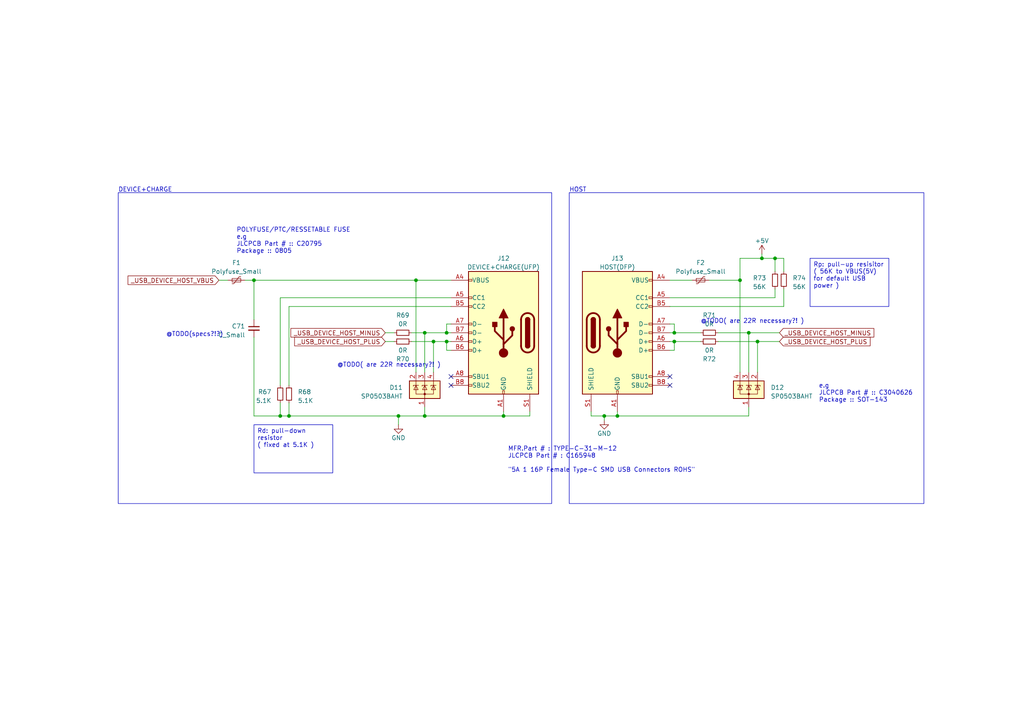
<source format=kicad_sch>
(kicad_sch (version 20230121) (generator eeschema)
  (paper "A4")
  (lib_symbols
    (symbol "Connector:USB_C_Receptacle_USB2.0" (pin_names (offset 1.016))
      (property "Reference" "J" (at -10.16 19.05 0))
      (property "Value" "USB_C_Receptacle_USB2.0" (at 19.05 19.05 0))
      (symbol "USB_C_Receptacle_USB2.0_0_0"
        (rectangle (start -0.254 -17.78) (end 0.254 -16.764))
        (rectangle (start 10.16 -14.986) (end 9.144 -15.494))
        (rectangle (start 10.16 -12.446) (end 9.144 -12.954))
        (rectangle (start 10.16 -4.826) (end 9.144 -5.334))
        (rectangle (start 10.16 -2.286) (end 9.144 -2.794))
        (rectangle (start 10.16 0.254) (end 9.144 -0.254))
        (rectangle (start 10.16 2.794) (end 9.144 2.286))
        (rectangle (start 10.16 7.874) (end 9.144 7.366))
        (rectangle (start 10.16 10.414) (end 9.144 9.906))
        (rectangle (start 10.16 15.494) (end 9.144 14.986))
      )
      (symbol "USB_C_Receptacle_USB2.0_0_1"
        (rectangle (start -10.16 17.78) (end 10.16 -17.78) (stroke (width 0.254)) (fill (type background)))
        (arc (start -8.89 -3.81) (mid -6.985 -5.7067) (end -5.08 -3.81) (stroke (width 0.508)))
        (arc (start -7.62 -3.81) (mid -6.985 -4.4423) (end -6.35 -3.81) (stroke (width 0.254)))
        (arc (start -7.62 -3.81) (mid -6.985 -4.4423) (end -6.35 -3.81) (stroke (width 0.254)) (fill (type outline)))
        (rectangle (start -7.62 -3.81) (end -6.35 3.81) (stroke (width 0.254)) (fill (type outline)))
        (arc (start -6.35 3.81) (mid -6.985 4.4423) (end -7.62 3.81) (stroke (width 0.254)))
        (arc (start -6.35 3.81) (mid -6.985 4.4423) (end -7.62 3.81) (stroke (width 0.254)) (fill (type outline)))
        (arc (start -5.08 3.81) (mid -6.985 5.7067) (end -8.89 3.81) (stroke (width 0.508)))
        (circle (center -2.54 1.143) (radius 0.635) (stroke (width 0.254)) (fill (type outline)))
        (circle (center 0 -5.842) (radius 1.27) (fill (type outline)))
        (polyline (pts (xy -8.89 -3.81) (xy -8.89 3.81)) (stroke (width 0.508)))
        (polyline (pts (xy -5.08 3.81) (xy -5.08 -3.81)) (stroke (width 0.508)))
        (polyline (pts (xy 0 -5.842) (xy 0 4.318)) (stroke (width 0.508)))
        (polyline (pts (xy 0 -3.302) (xy -2.54 -0.762) (xy -2.54 0.508)) (stroke (width 0.508)))
        (polyline (pts (xy 0 -2.032) (xy 2.54 0.508) (xy 2.54 1.778)) (stroke (width 0.508)))
        (polyline (pts (xy -1.27 4.318) (xy 0 6.858) (xy 1.27 4.318) (xy -1.27 4.318)) (stroke (width 0.254)) (fill (type outline)))
        (rectangle (start 1.905 1.778) (end 3.175 3.048) (stroke (width 0.254)) (fill (type outline)))
      )
      (symbol "USB_C_Receptacle_USB2.0_1_1"
        (pin passive line (at 0 -22.86 90) (length 5.08) (name "GND") (number "A1"))
        (pin passive line (at 0 -22.86 90) (length 5.08) hide (name "GND") (number "A12"))
        (pin passive line (at 15.24 15.24 180) (length 5.08) (name "VBUS") (number "A4"))
        (pin bidirectional line (at 15.24 10.16 180) (length 5.08) (name "CC1") (number "A5"))
        (pin bidirectional line (at 15.24 -2.54 180) (length 5.08) (name "D+") (number "A6"))
        (pin bidirectional line (at 15.24 2.54 180) (length 5.08) (name "D-") (number "A7"))
        (pin bidirectional line (at 15.24 -12.7 180) (length 5.08) (name "SBU1") (number "A8"))
        (pin passive line (at 15.24 15.24 180) (length 5.08) hide (name "VBUS") (number "A9"))
        (pin passive line (at 0 -22.86 90) (length 5.08) hide (name "GND") (number "B1"))
        (pin passive line (at 0 -22.86 90) (length 5.08) hide (name "GND") (number "B12"))
        (pin passive line (at 15.24 15.24 180) (length 5.08) hide (name "VBUS") (number "B4"))
        (pin bidirectional line (at 15.24 7.62 180) (length 5.08) (name "CC2") (number "B5"))
        (pin bidirectional line (at 15.24 -5.08 180) (length 5.08) (name "D+") (number "B6"))
        (pin bidirectional line (at 15.24 0 180) (length 5.08) (name "D-") (number "B7"))
        (pin bidirectional line (at 15.24 -15.24 180) (length 5.08) (name "SBU2") (number "B8"))
        (pin passive line (at 15.24 15.24 180) (length 5.08) hide (name "VBUS") (number "B9"))
        (pin passive line (at -7.62 -22.86 90) (length 5.08) (name "SHIELD") (number "S1"))
      )
    )
    (symbol "Device:C_Small" (pin_numbers hide) (pin_names (offset 0.254) hide)
      (property "Reference" "C" (at 0.254 1.778 0))
      (property "Value" "C_Small" (at 0.254 -2.032 0))
      (symbol "C_Small_0_1"
        (polyline (pts (xy -1.524 -0.508) (xy 1.524 -0.508)) (stroke (width 0.3302)))
        (polyline (pts (xy -1.524 0.508) (xy 1.524 0.508)) (stroke (width 0.3048)))
      )
      (symbol "C_Small_1_1"
        (pin passive line (at 0 2.54 270) (length 2.032) (name "~") (number "1"))
        (pin passive line (at 0 -2.54 90) (length 2.032) (name "~") (number "2"))
      )
    )
    (symbol "Device:Polyfuse_Small" (pin_numbers hide) (pin_names (offset 0))
      (property "Reference" "F" (at -1.905 0 90))
      (property "Value" "Polyfuse_Small" (at 1.905 0 90))
      (symbol "Polyfuse_Small_0_1"
        (rectangle (start -0.508 1.27) (end 0.508 -1.27))
        (polyline (pts (xy 0 2.54) (xy 0 -2.54)))
        (polyline (pts (xy -1.016 1.27) (xy -1.016 0.762) (xy 1.016 -0.762) (xy 1.016 -1.27)))
      )
      (symbol "Polyfuse_Small_1_1"
        (pin passive line (at 0 2.54 270) (length 0.635) (name "~") (number "1"))
        (pin passive line (at 0 -2.54 90) (length 0.635) (name "~") (number "2"))
      )
    )
    (symbol "Device:R_Small" (pin_numbers hide) (pin_names (offset 0.254) hide)
      (property "Reference" "R" (at 0.762 0.508 0))
      (property "Value" "R_Small" (at 0.762 -1.016 0))
      (symbol "R_Small_0_1"
        (rectangle (start -0.762 1.778) (end 0.762 -1.778) (stroke (width 0.2032)))
      )
      (symbol "R_Small_1_1"
        (pin passive line (at 0 2.54 270) (length 0.762) (name "~") (number "1"))
        (pin passive line (at 0 -2.54 90) (length 0.762) (name "~") (number "2"))
      )
    )
    (symbol "Power_Protection:SP0503BAHT" (pin_names hide)
      (property "Reference" "D" (at 5.715 2.54 0))
      (property "Value" "SP0503BAHT" (at 5.715 0.635 0))
      (symbol "SP0503BAHT_0_0"
        (pin passive line (at 0 -5.08 90) (length 2.54) (name "A") (number "1"))
      )
      (symbol "SP0503BAHT_0_1"
        (rectangle (start -4.445 2.54) (end 4.445 -2.54) (stroke (width 0.254)) (fill (type background)))
        (circle (center 0 -1.27) (radius 0.254) (fill (type outline)))
        (polyline (pts (xy -2.54 2.54) (xy -2.54 1.27)))
        (polyline (pts (xy 0 -1.27) (xy 0 -2.54)))
        (polyline (pts (xy 0 -1.27) (xy 0 1.27)))
        (polyline (pts (xy 0 2.54) (xy 0 1.27)))
        (polyline (pts (xy 0.635 1.27) (xy 0.762 1.27)))
        (polyline (pts (xy 2.54 2.54) (xy 2.54 1.27)))
        (polyline (pts (xy 0.635 1.27) (xy -0.762 1.27) (xy -0.762 1.016)))
        (polyline (pts (xy -3.302 1.016) (xy -3.302 1.27) (xy -1.905 1.27) (xy -1.778 1.27)))
        (polyline (pts (xy -2.54 1.27) (xy -2.54 -1.27) (xy 2.54 -1.27) (xy 2.54 1.27)))
        (polyline (pts (xy -2.54 1.27) (xy -1.905 0) (xy -3.175 0) (xy -2.54 1.27)))
        (polyline (pts (xy 0.635 0) (xy -0.635 0) (xy 0 1.27) (xy 0.635 0)))
        (polyline (pts (xy 1.778 1.016) (xy 1.778 1.27) (xy 3.175 1.27) (xy 3.302 1.27)))
        (polyline (pts (xy 2.54 1.27) (xy 1.905 0) (xy 3.175 0) (xy 2.54 1.27)))
      )
      (symbol "SP0503BAHT_1_1"
        (pin passive line (at -2.54 5.08 270) (length 2.54) (name "K") (number "2"))
        (pin passive line (at 0 5.08 270) (length 2.54) (name "K") (number "3"))
        (pin passive line (at 2.54 5.08 270) (length 2.54) (name "K") (number "4"))
      )
    )
    (symbol "power:+5V" (power) (pin_names (offset 0))
      (property "Value" "+5V" (at 0 3.556 0))
      (symbol "+5V_0_1"
        (polyline (pts (xy -0.762 1.27) (xy 0 2.54)))
        (polyline (pts (xy 0 0) (xy 0 2.54)))
        (polyline (pts (xy 0 2.54) (xy 0.762 1.27)))
      )
      (symbol "+5V_1_1"
        (pin power_in line (at 0 0 90) (length 0) hide (name "+5V") (number "1"))
      )
    )
    (symbol "power:GND" (power) (pin_names (offset 0))
      (property "Value" "GND" (at 0 -3.81 0))
      (symbol "GND_0_1"
        (polyline (pts (xy 0 0) (xy 0 -1.27) (xy 1.27 -1.27) (xy 0 -2.54) (xy -1.27 -1.27) (xy 0 -1.27)))
      )
      (symbol "GND_1_1"
        (pin power_in line (at 0 0 270) (length 0) hide (name "GND") (number "1"))
      )
    )
  )
  (junction (at 120.65 81.28))
  (junction (at 123.19 96.52))
  (junction (at 123.19 120.65))
  (junction (at 129.54 96.52))
  (junction (at 125.73 99.06))
  (junction (at 217.17 96.52))
  (junction (at 224.79 74.93))
  (junction (at 195.58 99.06))
  (junction (at 146.05 120.65))
  (junction (at 195.58 96.52))
  (junction (at 83.82 120.65))
  (junction (at 175.26 120.65))
  (junction (at 81.28 120.65))
  (junction (at 129.54 99.06))
  (junction (at 73.66 81.28))
  (junction (at 214.63 81.28))
  (junction (at 220.98 74.93))
  (junction (at 179.07 120.65))
  (junction (at 115.57 120.65))
  (junction (at 219.71 99.06))
  (no_connect (at 130.81 111.76))
  (no_connect (at 194.31 111.76))
  (no_connect (at 130.81 109.22))
  (no_connect (at 194.31 109.22))
  (wire (pts (xy 73.66 120.65) (xy 81.28 120.65)))
  (wire (pts (xy 214.63 74.93) (xy 214.63 81.28)))
  (wire (pts (xy 224.79 86.36) (xy 224.79 83.82)))
  (wire (pts (xy 219.71 99.06) (xy 219.71 107.95)))
  (wire (pts (xy 125.73 99.06) (xy 119.38 99.06)))
  (wire (pts (xy 73.66 97.79) (xy 73.66 120.65)))
  (wire (pts (xy 214.63 74.93) (xy 220.98 74.93)))
  (wire (pts (xy 81.28 86.36) (xy 81.28 111.76)))
  (wire (pts (xy 171.45 120.65) (xy 175.26 120.65)))
  (wire (pts (xy 227.33 74.93) (xy 227.33 78.74)))
  (wire (pts (xy 120.65 81.28) (xy 130.81 81.28)))
  (wire (pts (xy 73.66 92.71) (xy 73.66 81.28)))
  (wire (pts (xy 208.28 96.52) (xy 217.17 96.52)))
  (wire (pts (xy 129.54 96.52) (xy 123.19 96.52)))
  (wire (pts (xy 123.19 118.11) (xy 123.19 120.65)))
  (wire (pts (xy 129.54 101.6) (xy 129.54 99.06)))
  (wire (pts (xy 217.17 118.11) (xy 217.17 120.65)))
  (wire (pts (xy 194.31 88.9) (xy 227.33 88.9)))
  (wire (pts (xy 219.71 99.06) (xy 226.06 99.06)))
  (wire (pts (xy 146.05 120.65) (xy 153.67 120.65)))
  (wire (pts (xy 224.79 74.93) (xy 224.79 78.74)))
  (wire (pts (xy 83.82 120.65) (xy 115.57 120.65)))
  (wire (pts (xy 81.28 86.36) (xy 130.81 86.36)))
  (wire (pts (xy 123.19 96.52) (xy 123.19 107.95)))
  (wire (pts (xy 214.63 81.28) (xy 214.63 107.95)))
  (wire (pts (xy 129.54 99.06) (xy 125.73 99.06)))
  (wire (pts (xy 83.82 88.9) (xy 83.82 111.76)))
  (wire (pts (xy 146.05 120.65) (xy 146.05 119.38)))
  (wire (pts (xy 194.31 86.36) (xy 224.79 86.36)))
  (wire (pts (xy 123.19 96.52) (xy 119.38 96.52)))
  (wire (pts (xy 194.31 81.28) (xy 200.66 81.28)))
  (wire (pts (xy 208.28 99.06) (xy 219.71 99.06)))
  (wire (pts (xy 71.12 81.28) (xy 73.66 81.28)))
  (wire (pts (xy 130.81 99.06) (xy 129.54 99.06)))
  (wire (pts (xy 81.28 116.84) (xy 81.28 120.65)))
  (wire (pts (xy 130.81 101.6) (xy 129.54 101.6)))
  (wire (pts (xy 115.57 120.65) (xy 123.19 120.65)))
  (wire (pts (xy 171.45 119.38) (xy 171.45 120.65)))
  (wire (pts (xy 227.33 74.93) (xy 224.79 74.93)))
  (wire (pts (xy 115.57 123.19) (xy 115.57 120.65)))
  (wire (pts (xy 195.58 101.6) (xy 195.58 99.06)))
  (wire (pts (xy 63.5 81.28) (xy 66.04 81.28)))
  (wire (pts (xy 227.33 88.9) (xy 227.33 83.82)))
  (wire (pts (xy 217.17 96.52) (xy 226.06 96.52)))
  (wire (pts (xy 194.31 93.98) (xy 195.58 93.98)))
  (wire (pts (xy 179.07 120.65) (xy 179.07 119.38)))
  (wire (pts (xy 175.26 121.92) (xy 175.26 120.65)))
  (wire (pts (xy 130.81 96.52) (xy 129.54 96.52)))
  (wire (pts (xy 83.82 116.84) (xy 83.82 120.65)))
  (wire (pts (xy 125.73 99.06) (xy 125.73 107.95)))
  (wire (pts (xy 175.26 120.65) (xy 179.07 120.65)))
  (wire (pts (xy 73.66 81.28) (xy 120.65 81.28)))
  (wire (pts (xy 81.28 120.65) (xy 83.82 120.65)))
  (wire (pts (xy 130.81 93.98) (xy 129.54 93.98)))
  (wire (pts (xy 217.17 96.52) (xy 217.17 107.95)))
  (wire (pts (xy 114.3 99.06) (xy 111.76 99.06)))
  (wire (pts (xy 153.67 119.38) (xy 153.67 120.65)))
  (wire (pts (xy 195.58 93.98) (xy 195.58 96.52)))
  (wire (pts (xy 224.79 74.93) (xy 220.98 74.93)))
  (wire (pts (xy 114.3 96.52) (xy 111.76 96.52)))
  (wire (pts (xy 129.54 93.98) (xy 129.54 96.52)))
  (wire (pts (xy 123.19 120.65) (xy 146.05 120.65)))
  (wire (pts (xy 194.31 101.6) (xy 195.58 101.6)))
  (wire (pts (xy 205.74 81.28) (xy 214.63 81.28)))
  (wire (pts (xy 195.58 99.06) (xy 203.2 99.06)))
  (wire (pts (xy 179.07 120.65) (xy 217.17 120.65)))
  (wire (pts (xy 195.58 96.52) (xy 203.2 96.52)))
  (wire (pts (xy 194.31 96.52) (xy 195.58 96.52)))
  (wire (pts (xy 194.31 99.06) (xy 195.58 99.06)))
  (wire (pts (xy 83.82 88.9) (xy 130.81 88.9)))
  (wire (pts (xy 120.65 81.28) (xy 120.65 107.95)))
  (wire (pts (xy 220.98 73.66) (xy 220.98 74.93)))
  (rectangle (start 165.1 55.88) (end 267.97 146.05))
  (rectangle (start 34.29 55.88) (end 160.02 146.05))
  (text_box "Rd: pull-down resistor\n( fixed at 5.1K )" (at 73.66 123.19 0) (size 22.86 13.97) (effects (font (size 1.27 1.27)) (justify left top)))
  (text_box "Rp: pull-up resisitor\n( 56K to VBUS(5V) for default USB power )" (at 234.95 74.93 0) (size 22.86 13.97) (effects (font (size 1.27 1.27)) (justify left top)))
  (text "@TODO( are 22R necessary?! )" (at 97.79 106.68 0) (effects (font (size 1.27 1.27)) (justify left bottom)))
  (text "HOST" (at 165.1 55.88 0) (effects (font (size 1.27 1.27)) (justify left bottom)))
  (text "DEVICE+CHARGE" (at 34.29 55.88 0) (effects (font (size 1.27 1.27)) (justify left bottom)))
  (text "MFR.Part # : TYPE-C-31-M-12\nJLCPCB Part # : C165948\n\n\"5A 1 16P Female Type-C SMD USB Connectors ROHS\"" (at 147.32 137.16 0) (effects (font (size 1.27 1.27)) (justify left bottom)))
  (text "@TODO(specs?!?)" (at 64.77 97.79 0) (effects (font (size 1.27 1.27)) (justify right bottom)))
  (text "e.g\nJLCPCB Part # :: C3040626\nPackage :: SOT-143" (at 237.49 116.84 0) (effects (font (size 1.27 1.27)) (justify left bottom)))
  (text "POLYFUSE/PTC/RESSETABLE FUSE\ne.g\nJLCPCB Part # :: C20795\nPackage :: 0805" (at 68.58 73.66 0) (effects (font (size 1.27 1.27)) (justify left bottom)))
  (text "@TODO( are 22R necessary?! )" (at 203.2 93.98 0) (effects (font (size 1.27 1.27)) (justify left bottom)))
  (global_label "_USB_DEVICE_HOST_MINUS" (shape input) (at 111.76 96.52 180) (property "Intersheetrefs" "${INTERSHEET_REFS}" (effects hide)))
  (global_label "_USB_DEVICE_HOST_VBUS" (shape input) (at 63.5 81.28 180) (property "Intersheetrefs" "${INTERSHEET_REFS}" (effects hide)))
  (global_label "_USB_DEVICE_HOST_PLUS" (shape input) (at 226.06 99.06 0) (property "Intersheetrefs" "${INTERSHEET_REFS}" (effects hide)))
  (global_label "_USB_DEVICE_HOST_PLUS" (shape input) (at 111.76 99.06 180) (property "Intersheetrefs" "${INTERSHEET_REFS}" (effects hide)))
  (global_label "_USB_DEVICE_HOST_MINUS" (shape input) (at 226.06 96.52 0) (property "Intersheetrefs" "${INTERSHEET_REFS}" (effects hide)))
  (symbol (lib_id "Device:R_Small") (at 116.84 99.06 270) (unit 1)
    (property "Reference" "R70" (at 116.84 104.14 90))
    (property "Value" "0R" (at 116.84 101.6 90))
  )
  (symbol (lib_id "Device:R_Small") (at 227.33 81.28 180) (unit 1)
    (property "Reference" "R74" (at 229.87 80.645 0) (effects (justify right)))
    (property "Value" "56K" (at 229.87 83.185 0) (effects (justify right)))
  )
  (symbol (lib_id "Device:R_Small") (at 205.74 99.06 270) (unit 1)
    (property "Reference" "R72" (at 205.74 104.14 90))
    (property "Value" "0R" (at 205.74 101.6 90))
  )
  (symbol (lib_id "Device:R_Small") (at 116.84 96.52 90) (unit 1)
    (property "Reference" "R69" (at 116.84 91.44 90))
    (property "Value" "0R" (at 116.84 93.98 90))
  )
  (symbol (lib_id "Device:R_Small") (at 83.82 114.3 180) (unit 1)
    (property "Reference" "R68" (at 86.36 113.665 0) (effects (justify right)))
    (property "Value" "5.1K" (at 86.36 116.205 0) (effects (justify right)))
  )
  (symbol (lib_id "Device:Polyfuse_Small") (at 68.58 81.28 90) (unit 1)
    (property "Reference" "F1" (at 68.58 76.2 90))
    (property "Value" "Polyfuse_Small" (at 68.58 78.74 90))
  )
  (symbol (lib_id "Connector:USB_C_Receptacle_USB2.0") (at 146.05 96.52 0) (mirror y) (unit 1)
    (property "Reference" "J12" (at 146.05 74.93 0))
    (property "Value" "DEVICE+CHARGE(UFP)" (at 146.05 77.47 0))
    (property "Footprint" "Connector_USB:USB_C_Plug_Molex_105444" (effects hide))
    (property "Datasheet" "https://www.usb.org/sites/default/files/documents/usb_type-c.zip" (effects hide))
  )
  (symbol (lib_id "Device:R_Small") (at 205.74 96.52 90) (unit 1)
    (property "Reference" "R71" (at 205.74 91.44 90))
    (property "Value" "0R" (at 205.74 93.98 90))
  )
  (symbol (lib_id "Power_Protection:SP0503BAHT") (at 217.17 113.03 0) (mirror y) (unit 1)
    (property "Reference" "D12" (at 223.52 112.395 0) (effects (justify right)))
    (property "Value" "SP0503BAHT" (at 223.52 114.935 0) (effects (justify right)))
    (property "Footprint" "Package_TO_SOT_SMD:SOT-143" (effects hide))
    (property "Datasheet" "http://www.littelfuse.com/~/media/files/littelfuse/technical%20resources/documents/data%20sheets/sp05xxba.pdf" (effects hide))
  )
  (symbol (lib_id "power:GND") (at 175.26 121.92 0) (unit 1)
    (property "Reference" "#PWR0125" (effects hide))
    (property "Value" "GND" (at 175.26 125.73 0))
    (instances (project "KLST_PANDA" (path "" (reference "#PWR0125") (unit 1)) (path "" (reference "#PWR084") (unit 1))))
  )
  (symbol (lib_id "Device:R_Small") (at 81.28 114.3 0) (mirror x) (unit 1)
    (property "Reference" "R67" (at 78.74 113.665 0) (effects (justify right)))
    (property "Value" "5.1K" (at 78.74 116.205 0) (effects (justify right)))
  )
  (symbol (lib_id "power:+5V") (at 220.98 73.66 0) (unit 1)
    (property "Reference" "#PWR02" (effects hide))
    (property "Value" "+5V" (at 220.98 69.85 0))
    (instances (project "KLST_GRASS" (path "" (reference "#PWR02") (unit 1))) (project "KLST_PANDA" (path "" (reference "#PWR023") (unit 1)) (path "" (reference "#PWR085") (unit 1))))
  )
  (symbol (lib_id "Device:R_Small") (at 224.79 81.28 0) (mirror x) (unit 1)
    (property "Reference" "R73" (at 222.25 80.645 0) (effects (justify right)))
    (property "Value" "56K" (at 222.25 83.185 0) (effects (justify right)))
  )
  (symbol (lib_id "Connector:USB_C_Receptacle_USB2.0") (at 179.07 96.52 0) (unit 1)
    (property "Reference" "J13" (at 179.07 74.93 0))
    (property "Value" "HOST(DFP)" (at 179.07 77.47 0))
    (property "Footprint" "Connector_USB:USB_C_Plug_Molex_105444" (effects hide))
    (property "Datasheet" "https://www.usb.org/sites/default/files/documents/usb_type-c.zip" (effects hide))
  )
  (symbol (lib_id "Device:C_Small") (at 73.66 95.25 0) (unit 1)
    (property "Reference" "C71" (at 71.12 94.6213 0) (effects (justify right)))
    (property "Value" "C_Small" (at 71.12 97.1613 0) (effects (justify right)))
  )
  (symbol (lib_id "Device:Polyfuse_Small") (at 203.2 81.28 90) (unit 1)
    (property "Reference" "F2" (at 203.2 76.2 90))
    (property "Value" "Polyfuse_Small" (at 203.2 78.74 90))
  )
  (symbol (lib_id "Power_Protection:SP0503BAHT") (at 123.19 113.03 0) (unit 1)
    (property "Reference" "D11" (at 116.84 112.395 0) (effects (justify right)))
    (property "Value" "SP0503BAHT" (at 116.84 114.935 0) (effects (justify right)))
    (property "Footprint" "Package_TO_SOT_SMD:SOT-143" (effects hide))
    (property "Datasheet" "http://www.littelfuse.com/~/media/files/littelfuse/technical%20resources/documents/data%20sheets/sp05xxba.pdf" (effects hide))
  )
  (symbol (lib_id "power:GND") (at 115.57 123.19 0) (mirror y) (unit 1)
    (property "Reference" "#PWR0125" (effects hide))
    (property "Value" "GND" (at 115.57 127 0))
    (instances (project "KLST_PANDA" (path "" (reference "#PWR0125") (unit 1)) (path "" (reference "#PWR083") (unit 1))))
  )
)
</source>
